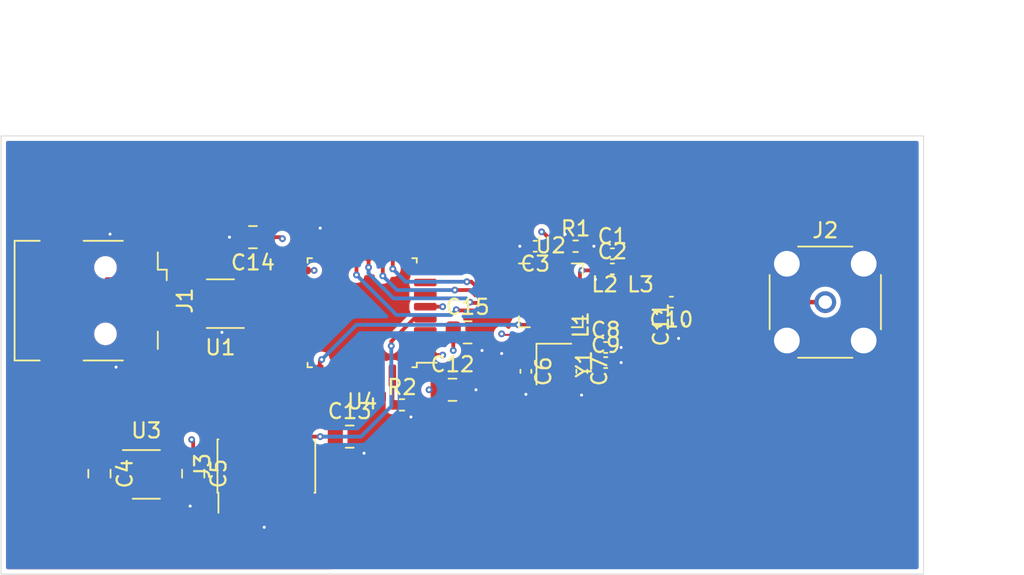
<source format=kicad_pcb>
(kicad_pcb (version 20171130) (host pcbnew "(5.1.9-13-g2d491f9cbd)-1")
  (title_block (title "IDA PCB Demo") (date 2021-02-23) (rev 0.1) (company IDA) (comment 1 "(c) Gert Lauritsen"))
  (layers (0 F.Cu signal) (1 In1.Cu signal) (2 In2.Cu signal) (31 B.Cu signal) (34 B.Paste user) (35 F.Paste user) (36 B.SilkS user) (37 F.SilkS user) (38 B.Mask user) (39 F.Mask user) (44 Edge.Cuts user))
  (net 0 "")
  (net 1 GND)
  (net 2 +3V3)
  (net 3 "Net-(C3-Pad1)")
  (net 4 +5V)
  (net 5 "Net-(C6-Pad1)")
  (net 6 "Net-(C7-Pad1)")
  (net 7 "Net-(C8-Pad1)")
  (net 8 "Net-(C10-Pad2)")
  (net 9 "Net-(C10-Pad1)")
  (net 10 RST)
  (net 11 "Net-(J1-Pad3)")
  (net 12 "Net-(J1-Pad2)")
  (net 13 SWCLK)
  (net 14 SWDIO)
  (net 15 "Net-(L1-Pad2)")
  (net 16 "Net-(L2-Pad2)")
  (net 17 "Net-(R1-Pad1)")
  (net 18 "Net-(R2-Pad1)")
  (net 19 USB_N)
  (net 20 USB_P)
  (net 21 NRF_IRQ)
  (net 22 MOSI)
  (net 23 MISO)
  (net 24 SCLK)
  (net 25 NS)
  (net 26 NRF_CE)
  (module Capacitor_SMD:C_0805_2012Metric (layer F.Cu) (at 108.7 89.35 270)
    (fp_text reference C5 (at 0 -1.68 90) (layer F.SilkS))
    (fp_text value 1uF)
    (fp_line (start -0.261252 0.735) (end 0.261252 0.735) (layer F.SilkS) (width 0.12))
    (fp_line (start -0.261252 -0.735) (end 0.261252 -0.735) (layer F.SilkS) (width 0.12))
    (pad 2 smd roundrect (at 0.95 0 270) (size 1 1.45) (layers F.Cu F.Paste F.Mask) (net 1 GND))
    (pad 1 smd roundrect (at -0.95 0 270) (size 1 1.45) (layers F.Cu F.Paste F.Mask) (net 2 +3V3))
  )
  (module Capacitor_SMD:C_0805_2012Metric (layer F.Cu) (at 102.5 89.35 270)
    (fp_text reference C4 (at 0 -1.68 90) (layer F.SilkS))
    (fp_text value 22u)
    (fp_line (start -0.261252 0.735) (end 0.261252 0.735) (layer F.SilkS) (width 0.12))
    (fp_line (start -0.261252 -0.735) (end 0.261252 -0.735) (layer F.SilkS) (width 0.12))
    (pad 2 smd roundrect (at 0.95 0 270) (size 1 1.45) (layers F.Cu F.Paste F.Mask) (net 1 GND))
    (pad 1 smd roundrect (at -0.95 0 270) (size 1 1.45) (layers F.Cu F.Paste F.Mask) (net 4 +5V))
  )
  (module Crystal:Crystal_SMD_2016-4Pin_2.0x1.6mm (layer F.Cu) (at 132.55 82.1 270)
    (fp_text reference Y1 (at 0 -2 90) (layer F.SilkS))
    (fp_text value ASA-16.000MHZ-L-T)
    (fp_line (start -1.35 1.15) (end 1.35 1.15) (layer F.SilkS) (width 0.12))
    (fp_line (start -1.35 -1.15) (end -1.35 1.15) (layer F.SilkS) (width 0.12))
    (pad 4 smd rect (at -0.7 -0.55 270) (size 0.9 0.8) (layers F.Cu F.Paste F.Mask) (net 6 "Net-(C7-Pad1)"))
    (pad 3 smd rect (at 0.7 -0.55 270) (size 0.9 0.8) (layers F.Cu F.Paste F.Mask) (net 1 GND))
    (pad 2 smd rect (at 0.7 0.55 270) (size 0.9 0.8) (layers F.Cu F.Paste F.Mask) (net 1 GND))
    (pad 1 smd rect (at -0.7 0.55 270) (size 0.9 0.8) (layers F.Cu F.Paste F.Mask) (net 5 "Net-(C6-Pad1)"))
  )
  (module Package_QFP:LQFP-32_7x7mm_P0.8mm (layer F.Cu) (at 119.875 78.7 180)
    (fp_text reference U4 (at 0 -5.88) (layer F.SilkS))
    (fp_text value STM32L072KZTx)
    (fp_line (start -3.61 -3.31) (end -4.925 -3.31) (layer F.SilkS) (width 0.12))
    (fp_line (start -3.61 -3.61) (end -3.61 -3.31) (layer F.SilkS) (width 0.12))
    (fp_line (start -3.31 -3.61) (end -3.61 -3.61) (layer F.SilkS) (width 0.12))
    (fp_line (start 3.61 -3.61) (end 3.61 -3.31) (layer F.SilkS) (width 0.12))
    (fp_line (start 3.31 -3.61) (end 3.61 -3.61) (layer F.SilkS) (width 0.12))
    (fp_line (start -3.61 3.61) (end -3.61 3.31) (layer F.SilkS) (width 0.12))
    (fp_line (start -3.31 3.61) (end -3.61 3.61) (layer F.SilkS) (width 0.12))
    (fp_line (start 3.61 3.61) (end 3.61 3.31) (layer F.SilkS) (width 0.12))
    (fp_line (start 3.31 3.61) (end 3.61 3.61) (layer F.SilkS) (width 0.12))
    (pad 32 smd roundrect (at -2.8 -4.175 180) (size 0.5 1.5) (layers F.Cu F.Paste F.Mask) (net 1 GND))
    (pad 31 smd roundrect (at -2 -4.175 180) (size 0.5 1.5) (layers F.Cu F.Paste F.Mask) (net 18 "Net-(R2-Pad1)"))
    (pad 30 smd roundrect (at -1.2 -4.175 180) (size 0.5 1.5) (layers F.Cu F.Paste F.Mask))
    (pad 29 smd roundrect (at -0.4 -4.175 180) (size 0.5 1.5) (layers F.Cu F.Paste F.Mask))
    (pad 28 smd roundrect (at 0.4 -4.175 180) (size 0.5 1.5) (layers F.Cu F.Paste F.Mask))
    (pad 27 smd roundrect (at 1.2 -4.175 180) (size 0.5 1.5) (layers F.Cu F.Paste F.Mask))
    (pad 26 smd roundrect (at 2 -4.175 180) (size 0.5 1.5) (layers F.Cu F.Paste F.Mask))
    (pad 25 smd roundrect (at 2.8 -4.175 180) (size 0.5 1.5) (layers F.Cu F.Paste F.Mask) (net 21 NRF_IRQ))
    (pad 24 smd roundrect (at 4.175 -2.8 180) (size 1.5 0.5) (layers F.Cu F.Paste F.Mask) (net 13 SWCLK))
    (pad 23 smd roundrect (at 4.175 -2 180) (size 1.5 0.5) (layers F.Cu F.Paste F.Mask) (net 14 SWDIO))
    (pad 22 smd roundrect (at 4.175 -1.2 180) (size 1.5 0.5) (layers F.Cu F.Paste F.Mask) (net 20 USB_P))
    (pad 21 smd roundrect (at 4.175 -0.4 180) (size 1.5 0.5) (layers F.Cu F.Paste F.Mask) (net 19 USB_N))
    (pad 20 smd roundrect (at 4.175 0.4 180) (size 1.5 0.5) (layers F.Cu F.Paste F.Mask))
    (pad 19 smd roundrect (at 4.175 1.2 180) (size 1.5 0.5) (layers F.Cu F.Paste F.Mask))
    (pad 18 smd roundrect (at 4.175 2 180) (size 1.5 0.5) (layers F.Cu F.Paste F.Mask))
    (pad 17 smd roundrect (at 4.175 2.8 180) (size 1.5 0.5) (layers F.Cu F.Paste F.Mask) (net 2 +3V3))
    (pad 16 smd roundrect (at 2.8 4.175 180) (size 0.5 1.5) (layers F.Cu F.Paste F.Mask) (net 1 GND))
    (pad 15 smd roundrect (at 2 4.175 180) (size 0.5 1.5) (layers F.Cu F.Paste F.Mask))
    (pad 14 smd roundrect (at 1.2 4.175 180) (size 0.5 1.5) (layers F.Cu F.Paste F.Mask))
    (pad 13 smd roundrect (at 0.4 4.175 180) (size 0.5 1.5) (layers F.Cu F.Paste F.Mask) (net 22 MOSI))
    (pad 12 smd roundrect (at -0.4 4.175 180) (size 0.5 1.5) (layers F.Cu F.Paste F.Mask) (net 23 MISO))
    (pad 11 smd roundrect (at -1.2 4.175 180) (size 0.5 1.5) (layers F.Cu F.Paste F.Mask) (net 24 SCLK))
    (pad 10 smd roundrect (at -2 4.175 180) (size 0.5 1.5) (layers F.Cu F.Paste F.Mask) (net 25 NS))
    (pad 9 smd roundrect (at -2.8 4.175 180) (size 0.5 1.5) (layers F.Cu F.Paste F.Mask) (net 26 NRF_CE))
    (pad 8 smd roundrect (at -4.175 2.8 180) (size 1.5 0.5) (layers F.Cu F.Paste F.Mask))
    (pad 7 smd roundrect (at -4.175 2 180) (size 1.5 0.5) (layers F.Cu F.Paste F.Mask))
    (pad 6 smd roundrect (at -4.175 1.2 180) (size 1.5 0.5) (layers F.Cu F.Paste F.Mask))
    (pad 5 smd roundrect (at -4.175 0.4 180) (size 1.5 0.5) (layers F.Cu F.Paste F.Mask) (net 2 +3V3))
    (pad 4 smd roundrect (at -4.175 -0.4 180) (size 1.5 0.5) (layers F.Cu F.Paste F.Mask) (net 10 RST))
    (pad 3 smd roundrect (at -4.175 -1.2 180) (size 1.5 0.5) (layers F.Cu F.Paste F.Mask))
    (pad 2 smd roundrect (at -4.175 -2 180) (size 1.5 0.5) (layers F.Cu F.Paste F.Mask))
    (pad 1 smd roundrect (at -4.175 -2.8 180) (size 1.5 0.5) (layers F.Cu F.Paste F.Mask) (net 2 +3V3))
  )
  (module Package_TO_SOT_SMD:SOT-23-5 (layer F.Cu) (at 105.6 89.4)
    (fp_text reference U3 (at 0 -2.9) (layer F.SilkS))
    (fp_text value AP2112K-3.3)
    (fp_line (start 0.9 -1.61) (end -1.55 -1.61) (layer F.SilkS) (width 0.12))
    (fp_line (start -0.9 1.61) (end 0.9 1.61) (layer F.SilkS) (width 0.12))
    (pad 5 smd rect (at 1.1 -0.95) (size 1.06 0.65) (layers F.Cu F.Paste F.Mask) (net 2 +3V3))
    (pad 4 smd rect (at 1.1 0.95) (size 1.06 0.65) (layers F.Cu F.Paste F.Mask))
    (pad 3 smd rect (at -1.1 0.95) (size 1.06 0.65) (layers F.Cu F.Paste F.Mask) (net 4 +5V))
    (pad 2 smd rect (at -1.1 0) (size 1.06 0.65) (layers F.Cu F.Paste F.Mask) (net 1 GND))
    (pad 1 smd rect (at -1.1 -0.95) (size 1.06 0.65) (layers F.Cu F.Paste F.Mask) (net 4 +5V))
  )
  (module Package_DFN_QFN:QFN-20-1EP_4x4mm_P0.5mm_EP2.6x2.6mm (layer F.Cu) (at 132.35 77.55)
    (fp_text reference U2 (at 0 -3.3) (layer F.SilkS))
    (fp_text value nRF24L01P)
    (fp_line (start -1.385 -2.11) (end -2.11 -2.11) (layer F.SilkS) (width 0.12))
    (fp_line (start 2.11 2.11) (end 2.11 1.385) (layer F.SilkS) (width 0.12))
    (fp_line (start 1.385 2.11) (end 2.11 2.11) (layer F.SilkS) (width 0.12))
    (fp_line (start -2.11 2.11) (end -2.11 1.385) (layer F.SilkS) (width 0.12))
    (fp_line (start -1.385 2.11) (end -2.11 2.11) (layer F.SilkS) (width 0.12))
    (fp_line (start 2.11 -2.11) (end 2.11 -1.385) (layer F.SilkS) (width 0.12))
    (fp_line (start 1.385 -2.11) (end 2.11 -2.11) (layer F.SilkS) (width 0.12))
    (pad 21 smd rect (at 0 0) (size 2.6 2.6) (layers F.Cu F.Mask))
    (pad 20 smd roundrect (at -1 -1.925) (size 0.25 0.85) (layers F.Cu F.Paste F.Mask) (net 1 GND))
    (pad 19 smd roundrect (at -0.5 -1.925) (size 0.25 0.85) (layers F.Cu F.Paste F.Mask) (net 3 "Net-(C3-Pad1)"))
    (pad 18 smd roundrect (at 0 -1.925) (size 0.25 0.85) (layers F.Cu F.Paste F.Mask) (net 2 +3V3))
    (pad 17 smd roundrect (at 0.5 -1.925) (size 0.25 0.85) (layers F.Cu F.Paste F.Mask) (net 1 GND))
    (pad 16 smd roundrect (at 1 -1.925) (size 0.25 0.85) (layers F.Cu F.Paste F.Mask) (net 17 "Net-(R1-Pad1)"))
    (pad 15 smd roundrect (at 1.925 -1) (size 0.85 0.25) (layers F.Cu F.Paste F.Mask) (net 2 +3V3))
    (pad 14 smd roundrect (at 1.925 -0.5) (size 0.85 0.25) (layers F.Cu F.Paste F.Mask) (net 1 GND))
    (pad 13 smd roundrect (at 1.925 0) (size 0.85 0.25) (layers F.Cu F.Paste F.Mask) (net 16 "Net-(L2-Pad2)"))
    (pad 12 smd roundrect (at 1.925 0.5) (size 0.85 0.25) (layers F.Cu F.Paste F.Mask) (net 15 "Net-(L1-Pad2)"))
    (pad 11 smd roundrect (at 1.925 1) (size 0.85 0.25) (layers F.Cu F.Paste F.Mask) (net 7 "Net-(C8-Pad1)"))
    (pad 10 smd roundrect (at 1 1.925) (size 0.25 0.85) (layers F.Cu F.Paste F.Mask) (net 6 "Net-(C7-Pad1)"))
    (pad 9 smd roundrect (at 0.5 1.925) (size 0.25 0.85) (layers F.Cu F.Paste F.Mask) (net 5 "Net-(C6-Pad1)"))
    (pad 8 smd roundrect (at 0 1.925) (size 0.25 0.85) (layers F.Cu F.Paste F.Mask) (net 1 GND))
    (pad 7 smd roundrect (at -0.5 1.925) (size 0.25 0.85) (layers F.Cu F.Paste F.Mask) (net 2 +3V3))
    (pad 6 smd roundrect (at -1 1.925) (size 0.25 0.85) (layers F.Cu F.Paste F.Mask) (net 21 NRF_IRQ))
    (pad 5 smd roundrect (at -1.925 1) (size 0.85 0.25) (layers F.Cu F.Paste F.Mask) (net 22 MOSI))
    (pad 4 smd roundrect (at -1.925 0.5) (size 0.85 0.25) (layers F.Cu F.Paste F.Mask) (net 23 MISO))
    (pad 3 smd roundrect (at -1.925 0) (size 0.85 0.25) (layers F.Cu F.Paste F.Mask) (net 24 SCLK))
    (pad 2 smd roundrect (at -1.925 -0.5) (size 0.85 0.25) (layers F.Cu F.Paste F.Mask) (net 25 NS))
    (pad 1 smd roundrect (at -1.925 -1) (size 0.85 0.25) (layers F.Cu F.Paste F.Mask) (net 26 NRF_CE))
  )
  (module Package_TO_SOT_SMD:SOT-23-6 (layer F.Cu) (at 110.5 78.1 180)
    (fp_text reference U1 (at 0 -2.9) (layer F.SilkS))
    (fp_text value USBLC6-2SC6)
    (fp_line (start 0.9 -1.61) (end -1.55 -1.61) (layer F.SilkS) (width 0.12))
    (fp_line (start -0.9 1.61) (end 0.9 1.61) (layer F.SilkS) (width 0.12))
    (pad 5 smd rect (at 1.1 0 180) (size 1.06 0.65) (layers F.Cu F.Paste F.Mask) (net 4 +5V))
    (pad 6 smd rect (at 1.1 -0.95 180) (size 1.06 0.65) (layers F.Cu F.Paste F.Mask) (net 11 "Net-(J1-Pad3)"))
    (pad 4 smd rect (at 1.1 0.95 180) (size 1.06 0.65) (layers F.Cu F.Paste F.Mask) (net 12 "Net-(J1-Pad2)"))
    (pad 3 smd rect (at -1.1 0.95 180) (size 1.06 0.65) (layers F.Cu F.Paste F.Mask) (net 19 USB_N))
    (pad 2 smd rect (at -1.1 0 180) (size 1.06 0.65) (layers F.Cu F.Paste F.Mask) (net 1 GND))
    (pad 1 smd rect (at -1.1 -0.95 180) (size 1.06 0.65) (layers F.Cu F.Paste F.Mask) (net 20 USB_P))
  )
  (module Resistor_SMD:R_0402_1005Metric (layer F.Cu) (at 122.51 84.8)
    (fp_text reference R2 (at 0 -1.17) (layer F.SilkS))
    (fp_text value 10k)
    (fp_line (start -0.153641 0.38) (end 0.153641 0.38) (layer F.SilkS) (width 0.12))
    (fp_line (start -0.153641 -0.38) (end 0.153641 -0.38) (layer F.SilkS) (width 0.12))
    (pad 2 smd roundrect (at 0.51 0) (size 0.54 0.64) (layers F.Cu F.Paste F.Mask) (net 1 GND))
    (pad 1 smd roundrect (at -0.51 0) (size 0.54 0.64) (layers F.Cu F.Paste F.Mask) (net 18 "Net-(R2-Pad1)"))
  )
  (module Resistor_SMD:R_0402_1005Metric (layer F.Cu) (at 133.99 74.3)
    (fp_text reference R1 (at 0 -1.17) (layer F.SilkS))
    (fp_text value 22k)
    (fp_line (start -0.153641 0.38) (end 0.153641 0.38) (layer F.SilkS) (width 0.12))
    (fp_line (start -0.153641 -0.38) (end 0.153641 -0.38) (layer F.SilkS) (width 0.12))
    (pad 2 smd roundrect (at 0.51 0) (size 0.54 0.64) (layers F.Cu F.Paste F.Mask) (net 1 GND))
    (pad 1 smd roundrect (at -0.51 0) (size 0.54 0.64) (layers F.Cu F.Paste F.Mask) (net 17 "Net-(R1-Pad1)"))
  )
  (module Inductor_SMD:L_0402_1005Metric (layer F.Cu) (at 138.285 78)
    (fp_text reference L3 (at 0 -1.17) (layer F.SilkS))
    (fp_text value 3n9)
    (pad 2 smd roundrect (at 0.485 0) (size 0.59 0.64) (layers F.Cu F.Paste F.Mask) (net 8 "Net-(C10-Pad2)"))
    (pad 1 smd roundrect (at -0.485 0) (size 0.59 0.64) (layers F.Cu F.Paste F.Mask) (net 16 "Net-(L2-Pad2)"))
  )
  (module Inductor_SMD:L_0402_1005Metric (layer F.Cu) (at 135.915 78)
    (fp_text reference L2 (at 0 -1.17) (layer F.SilkS))
    (fp_text value 8n2)
    (pad 2 smd roundrect (at 0.485 0) (size 0.59 0.64) (layers F.Cu F.Paste F.Mask) (net 16 "Net-(L2-Pad2)"))
    (pad 1 smd roundrect (at -0.485 0) (size 0.59 0.64) (layers F.Cu F.Paste F.Mask) (net 15 "Net-(L1-Pad2)"))
  )
  (module Inductor_SMD:L_0402_1005Metric (layer F.Cu) (at 135.5 79.5 90)
    (fp_text reference L1 (at 0 -1.17 90) (layer F.SilkS))
    (fp_text value 2n7)
    (pad 2 smd roundrect (at 0.485 0 90) (size 0.59 0.64) (layers F.Cu F.Paste F.Mask) (net 15 "Net-(L1-Pad2)"))
    (pad 1 smd roundrect (at -0.485 0 90) (size 0.59 0.64) (layers F.Cu F.Paste F.Mask) (net 7 "Net-(C8-Pad1)"))
  )
  (module Connector_PinHeader_1.27mm:PinHeader_2x05_P1.27mm_Vertical_SMD (layer F.Cu) (at 113.54 88.85 90)
    (fp_text reference J3 (at 0 -4.235 90) (layer F.SilkS))
    (fp_text value Conn_02x05_Odd_Even)
    (fp_line (start 1.765 3.17) (end 1.765 3.235) (layer F.SilkS) (width 0.12))
    (fp_line (start -1.765 3.17) (end -1.765 3.235) (layer F.SilkS) (width 0.12))
    (fp_line (start 1.765 -3.235) (end 1.765 -3.17) (layer F.SilkS) (width 0.12))
    (fp_line (start -1.765 -3.235) (end -1.765 -3.17) (layer F.SilkS) (width 0.12))
    (fp_line (start -3.09 -3.17) (end -1.765 -3.17) (layer F.SilkS) (width 0.12))
    (fp_line (start -1.765 3.235) (end 1.765 3.235) (layer F.SilkS) (width 0.12))
    (fp_line (start -1.765 -3.235) (end 1.765 -3.235) (layer F.SilkS) (width 0.12))
    (pad 10 smd rect (at 1.95 2.54 90) (size 2.4 0.74) (layers F.Cu F.Paste F.Mask) (net 10 RST))
    (pad 9 smd rect (at -1.95 2.54 90) (size 2.4 0.74) (layers F.Cu F.Paste F.Mask) (net 1 GND))
    (pad 8 smd rect (at 1.95 1.27 90) (size 2.4 0.74) (layers F.Cu F.Paste F.Mask))
    (pad 7 smd rect (at -1.95 1.27 90) (size 2.4 0.74) (layers F.Cu F.Paste F.Mask))
    (pad 6 smd rect (at 1.95 0 90) (size 2.4 0.74) (layers F.Cu F.Paste F.Mask))
    (pad 5 smd rect (at -1.95 0 90) (size 2.4 0.74) (layers F.Cu F.Paste F.Mask) (net 1 GND))
    (pad 4 smd rect (at 1.95 -1.27 90) (size 2.4 0.74) (layers F.Cu F.Paste F.Mask) (net 13 SWCLK))
    (pad 3 smd rect (at -1.95 -1.27 90) (size 2.4 0.74) (layers F.Cu F.Paste F.Mask) (net 1 GND))
    (pad 2 smd rect (at 1.95 -2.54 90) (size 2.4 0.74) (layers F.Cu F.Paste F.Mask) (net 14 SWDIO))
    (pad 1 smd rect (at -1.95 -2.54 90) (size 2.4 0.74) (layers F.Cu F.Paste F.Mask) (net 2 +3V3))
  )
  (module Connector_Coaxial:SMA_Amphenol_132134-14_Vertical (layer F.Cu) (at 150.5 78)
    (fp_text reference J2 (at 0 -4.75) (layer F.SilkS))
    (fp_text value Conn_Coaxial)
    (fp_line (start -1.8 -3.68) (end 1.8 -3.68) (layer F.SilkS) (width 0.12))
    (fp_line (start -1.8 3.68) (end 1.8 3.68) (layer F.SilkS) (width 0.12))
    (fp_line (start 3.68 -1.8) (end 3.68 1.8) (layer F.SilkS) (width 0.12))
    (fp_line (start -3.68 -1.8) (end -3.68 1.8) (layer F.SilkS) (width 0.12))
    (pad 2 thru_hole circle (at -2.54 2.54) (size 2.25 2.25) (drill 1.7) (layers *.Cu *.Mask) (net 1 GND))
    (pad 2 thru_hole circle (at -2.54 -2.54) (size 2.25 2.25) (drill 1.7) (layers *.Cu *.Mask) (net 1 GND))
    (pad 2 thru_hole circle (at 2.54 -2.54) (size 2.25 2.25) (drill 1.7) (layers *.Cu *.Mask) (net 1 GND))
    (pad 2 thru_hole circle (at 2.54 2.54) (size 2.25 2.25) (drill 1.7) (layers *.Cu *.Mask) (net 1 GND))
    (pad 1 thru_hole circle (at 0 0) (size 1.44 1.44) (drill 0.89) (layers *.Cu *.Mask) (net 9 "Net-(C10-Pad1)"))
  )
  (module Connector_USB:USB_Mini-B_Wuerth_65100516121_Horizontal (layer F.Cu) (at 102.9 77.9 270)
    (fp_text reference J1 (at 0 -5.25 90) (layer F.SilkS))
    (fp_text value USB_B_Micro)
    (fp_line (start 3.96 6.01) (end 3.96 4.35) (layer F.SilkS) (width 0.12))
    (fp_line (start -3.96 6.01) (end 3.96 6.01) (layer F.SilkS) (width 0.12))
    (fp_line (start -3.96 4.35) (end -3.96 6.01) (layer F.SilkS) (width 0.12))
    (fp_line (start 2.05 -3.46) (end 3.2 -3.46) (layer F.SilkS) (width 0.12))
    (fp_line (start -2.05 -4.05) (end -1.35 -4.05) (layer F.SilkS) (width 0.12))
    (fp_line (start -2.05 -3.46) (end -2.05 -4.05) (layer F.SilkS) (width 0.12))
    (fp_line (start -3.2 -3.46) (end -2.05 -3.46) (layer F.SilkS) (width 0.12))
    (fp_line (start 3.96 -1.15) (end 3.96 1.45) (layer F.SilkS) (width 0.12))
    (fp_line (start -3.96 1.45) (end -3.96 -1.15) (layer F.SilkS) (width 0.12))
    (pad "" np_thru_hole circle (at 2.2 0 270) (size 0.9 0.9) (drill 0.9) (layers *.Cu *.Mask))
    (pad "" np_thru_hole circle (at -2.2 0 270) (size 0.9 0.9) (drill 0.9) (layers *.Cu *.Mask))
    (pad 5 smd rect (at 1.6 -2.6 270) (size 0.5 2.5) (layers F.Cu F.Paste F.Mask) (net 1 GND))
    (pad 4 smd rect (at 0.8 -2.6 270) (size 0.5 2.5) (layers F.Cu F.Paste F.Mask) (net 1 GND))
    (pad 3 smd rect (at 0 -2.6 270) (size 0.5 2.5) (layers F.Cu F.Paste F.Mask) (net 11 "Net-(J1-Pad3)"))
    (pad 2 smd rect (at -0.8 -2.6 270) (size 0.5 2.5) (layers F.Cu F.Paste F.Mask) (net 12 "Net-(J1-Pad2)"))
    (pad 1 smd rect (at -1.6 -2.6 270) (size 0.5 2.5) (layers F.Cu F.Paste F.Mask) (net 4 +5V))
    (pad 6 smd rect (at 4.4 -2.6 270) (size 2 2.5) (layers F.Cu F.Paste F.Mask) (net 1 GND))
    (pad 6 smd rect (at -4.4 -2.6 270) (size 2 2.5) (layers F.Cu F.Paste F.Mask) (net 1 GND))
    (pad 6 smd rect (at 4.4 2.9 270) (size 2 2.5) (layers F.Cu F.Paste F.Mask) (net 1 GND))
    (pad 6 smd rect (at -4.4 2.9 270) (size 2 2.5) (layers F.Cu F.Paste F.Mask) (net 1 GND))
  )
  (module Capacitor_SMD:C_0805_2012Metric (layer F.Cu) (at 126.85 80)
    (fp_text reference C15 (at 0 -1.68) (layer F.SilkS))
    (fp_text value 1uF)
    (fp_line (start -0.261252 0.735) (end 0.261252 0.735) (layer F.SilkS) (width 0.12))
    (fp_line (start -0.261252 -0.735) (end 0.261252 -0.735) (layer F.SilkS) (width 0.12))
    (pad 2 smd roundrect (at 0.95 0) (size 1 1.45) (layers F.Cu F.Paste F.Mask) (net 1 GND))
    (pad 1 smd roundrect (at -0.95 0) (size 1 1.45) (layers F.Cu F.Paste F.Mask) (net 2 +3V3))
  )
  (module Capacitor_SMD:C_0805_2012Metric (layer F.Cu) (at 112.65 73.7 180)
    (fp_text reference C14 (at 0 -1.68) (layer F.SilkS))
    (fp_text value 1uF)
    (fp_line (start -0.261252 0.735) (end 0.261252 0.735) (layer F.SilkS) (width 0.12))
    (fp_line (start -0.261252 -0.735) (end 0.261252 -0.735) (layer F.SilkS) (width 0.12))
    (pad 2 smd roundrect (at 0.95 0 180) (size 1 1.45) (layers F.Cu F.Paste F.Mask) (net 1 GND))
    (pad 1 smd roundrect (at -0.95 0 180) (size 1 1.45) (layers F.Cu F.Paste F.Mask) (net 2 +3V3))
  )
  (module Capacitor_SMD:C_0805_2012Metric (layer F.Cu) (at 119.05 86.9)
    (fp_text reference C13 (at 0 -1.68) (layer F.SilkS))
    (fp_text value 100nF)
    (fp_line (start -0.261252 0.735) (end 0.261252 0.735) (layer F.SilkS) (width 0.12))
    (fp_line (start -0.261252 -0.735) (end 0.261252 -0.735) (layer F.SilkS) (width 0.12))
    (pad 2 smd roundrect (at 0.95 0) (size 1 1.45) (layers F.Cu F.Paste F.Mask) (net 1 GND))
    (pad 1 smd roundrect (at -0.95 0) (size 1 1.45) (layers F.Cu F.Paste F.Mask) (net 10 RST))
  )
  (module Capacitor_SMD:C_0805_2012Metric (layer F.Cu) (at 125.85 83.8)
    (fp_text reference C12 (at 0 -1.68) (layer F.SilkS))
    (fp_text value 1uF)
    (fp_line (start -0.261252 0.735) (end 0.261252 0.735) (layer F.SilkS) (width 0.12))
    (fp_line (start -0.261252 -0.735) (end 0.261252 -0.735) (layer F.SilkS) (width 0.12))
    (pad 2 smd roundrect (at 0.95 0) (size 1 1.45) (layers F.Cu F.Paste F.Mask) (net 1 GND))
    (pad 1 smd roundrect (at -0.95 0) (size 1 1.45) (layers F.Cu F.Paste F.Mask) (net 2 +3V3))
  )
  (module Capacitor_SMD:C_0402_1005Metric (layer F.Cu) (at 140.8 79.48 90)
    (fp_text reference C11 (at 0 -1.16 90) (layer F.SilkS))
    (fp_text value 1.0p)
    (fp_line (start -0.107836 0.36) (end 0.107836 0.36) (layer F.SilkS) (width 0.12))
    (fp_line (start -0.107836 -0.36) (end 0.107836 -0.36) (layer F.SilkS) (width 0.12))
    (pad 2 smd roundrect (at 0.48 0 90) (size 0.56 0.62) (layers F.Cu F.Paste F.Mask) (net 9 "Net-(C10-Pad1)"))
    (pad 1 smd roundrect (at -0.48 0 90) (size 0.56 0.62) (layers F.Cu F.Paste F.Mask) (net 1 GND))
  )
  (module Capacitor_SMD:C_0402_1005Metric (layer F.Cu) (at 140.32 78 180)
    (fp_text reference C10 (at 0 -1.16) (layer F.SilkS))
    (fp_text value 1p5)
    (fp_line (start -0.107836 0.36) (end 0.107836 0.36) (layer F.SilkS) (width 0.12))
    (fp_line (start -0.107836 -0.36) (end 0.107836 -0.36) (layer F.SilkS) (width 0.12))
    (pad 2 smd roundrect (at 0.48 0 180) (size 0.56 0.62) (layers F.Cu F.Paste F.Mask) (net 8 "Net-(C10-Pad2)"))
    (pad 1 smd roundrect (at -0.48 0 180) (size 0.56 0.62) (layers F.Cu F.Paste F.Mask) (net 9 "Net-(C10-Pad1)"))
  )
  (module Capacitor_SMD:C_0402_1005Metric (layer F.Cu) (at 135.98 82)
    (fp_text reference C9 (at 0 -1.16) (layer F.SilkS))
    (fp_text value 4p7)
    (fp_line (start -0.107836 0.36) (end 0.107836 0.36) (layer F.SilkS) (width 0.12))
    (fp_line (start -0.107836 -0.36) (end 0.107836 -0.36) (layer F.SilkS) (width 0.12))
    (pad 2 smd roundrect (at 0.48 0) (size 0.56 0.62) (layers F.Cu F.Paste F.Mask) (net 1 GND))
    (pad 1 smd roundrect (at -0.48 0) (size 0.56 0.62) (layers F.Cu F.Paste F.Mask) (net 7 "Net-(C8-Pad1)"))
  )
  (module Capacitor_SMD:C_0402_1005Metric (layer F.Cu) (at 135.98 81)
    (fp_text reference C8 (at 0 -1.16) (layer F.SilkS))
    (fp_text value 2n2)
    (fp_line (start -0.107836 0.36) (end 0.107836 0.36) (layer F.SilkS) (width 0.12))
    (fp_line (start -0.107836 -0.36) (end 0.107836 -0.36) (layer F.SilkS) (width 0.12))
    (pad 2 smd roundrect (at 0.48 0) (size 0.56 0.62) (layers F.Cu F.Paste F.Mask) (net 1 GND))
    (pad 1 smd roundrect (at -0.48 0) (size 0.56 0.62) (layers F.Cu F.Paste F.Mask) (net 7 "Net-(C8-Pad1)"))
  )
  (module Capacitor_SMD:C_0402_1005Metric (layer F.Cu) (at 134.4 82.58 270)
    (fp_text reference C7 (at 0 -1.16 90) (layer F.SilkS))
    (fp_text value 15p)
    (fp_line (start -0.107836 0.36) (end 0.107836 0.36) (layer F.SilkS) (width 0.12))
    (fp_line (start -0.107836 -0.36) (end 0.107836 -0.36) (layer F.SilkS) (width 0.12))
    (pad 2 smd roundrect (at 0.48 0 270) (size 0.56 0.62) (layers F.Cu F.Paste F.Mask) (net 1 GND))
    (pad 1 smd roundrect (at -0.48 0 270) (size 0.56 0.62) (layers F.Cu F.Paste F.Mask) (net 6 "Net-(C7-Pad1)"))
  )
  (module Capacitor_SMD:C_0402_1005Metric (layer F.Cu) (at 130.7 82.58 270)
    (fp_text reference C6 (at 0 -1.16 90) (layer F.SilkS))
    (fp_text value 15p)
    (fp_line (start -0.107836 0.36) (end 0.107836 0.36) (layer F.SilkS) (width 0.12))
    (fp_line (start -0.107836 -0.36) (end 0.107836 -0.36) (layer F.SilkS) (width 0.12))
    (pad 2 smd roundrect (at 0.48 0 270) (size 0.56 0.62) (layers F.Cu F.Paste F.Mask) (net 1 GND))
    (pad 1 smd roundrect (at -0.48 0 270) (size 0.56 0.62) (layers F.Cu F.Paste F.Mask) (net 5 "Net-(C6-Pad1)"))
  )
  (module Capacitor_SMD:C_0402_1005Metric (layer F.Cu) (at 131.32 74.3 180)
    (fp_text reference C3 (at 0 -1.16) (layer F.SilkS))
    (fp_text value 33n)
    (fp_line (start -0.107836 0.36) (end 0.107836 0.36) (layer F.SilkS) (width 0.12))
    (fp_line (start -0.107836 -0.36) (end 0.107836 -0.36) (layer F.SilkS) (width 0.12))
    (pad 2 smd roundrect (at 0.48 0 180) (size 0.56 0.62) (layers F.Cu F.Paste F.Mask) (net 1 GND))
    (pad 1 smd roundrect (at -0.48 0 180) (size 0.56 0.62) (layers F.Cu F.Paste F.Mask) (net 3 "Net-(C3-Pad1)"))
  )
  (module Capacitor_SMD:C_0402_1005Metric (layer F.Cu) (at 136.42 75.8)
    (fp_text reference C2 (at 0 -1.16) (layer F.SilkS))
    (fp_text value 10n)
    (fp_line (start -0.107836 0.36) (end 0.107836 0.36) (layer F.SilkS) (width 0.12))
    (fp_line (start -0.107836 -0.36) (end 0.107836 -0.36) (layer F.SilkS) (width 0.12))
    (pad 2 smd roundrect (at 0.48 0) (size 0.56 0.62) (layers F.Cu F.Paste F.Mask) (net 1 GND))
    (pad 1 smd roundrect (at -0.48 0) (size 0.56 0.62) (layers F.Cu F.Paste F.Mask) (net 2 +3V3))
  )
  (module Capacitor_SMD:C_0402_1005Metric (layer F.Cu) (at 136.42 74.8)
    (fp_text reference C1 (at 0 -1.16) (layer F.SilkS))
    (fp_text value 1n)
    (fp_line (start -0.107836 0.36) (end 0.107836 0.36) (layer F.SilkS) (width 0.12))
    (fp_line (start -0.107836 -0.36) (end 0.107836 -0.36) (layer F.SilkS) (width 0.12))
    (pad 2 smd roundrect (at 0.48 0) (size 0.56 0.62) (layers F.Cu F.Paste F.Mask) (net 1 GND))
    (pad 1 smd roundrect (at -0.48 0) (size 0.56 0.62) (layers F.Cu F.Paste F.Mask) (net 2 +3V3))
  )
  (gr_text "(c) Gert Lauritsen" (at 128.6 93.8) (layer F.Cu) (effects (font (size 1.5 1.5) (thickness 0.3))))
  (gr_line (start 157 67) (end 96 67) (layer Edge.Cuts) (width 0.05))
  (gr_line (start 157 96) (end 157 67) (layer Edge.Cuts) (width 0.05))
  (gr_line (start 96 96) (end 157 96) (layer Edge.Cuts) (width 0.05))
  (gr_line (start 96 67) (end 96 96) (layer Edge.Cuts) (width 0.05))
  (segment (start 131.74 83.06) (end 132 82.8) (width 0.25) (layer F.Cu) (net 1))
  (segment (start 130.7 83.06) (end 131.74 83.06) (width 0.25) (layer F.Cu) (net 1))
  (segment (start 133.36 83.06) (end 133.1 82.8) (width 0.25) (layer F.Cu) (net 1))
  (segment (start 134.4 83.06) (end 133.36 83.06) (width 0.25) (layer F.Cu) (net 1))
  (segment (start 133.1 82.8) (end 132 82.8) (width 0.25) (layer F.Cu) (net 1))
  (via (at 127.8 81.2) (size 0.45) (drill 0.2) (layers F.Cu B.Cu) (net 1))
  (segment (start 127.8 80) (end 127.8 81.2) (width 0.25) (layer F.Cu) (net 1))
  (via (at 111.1 73.7) (size 0.45) (drill 0.2) (layers F.Cu B.Cu) (net 1))
  (segment (start 111.7 73.7) (end 111.1 73.7) (width 0.25) (layer F.Cu) (net 1))
  (via (at 127.4 83.8) (size 0.45) (drill 0.2) (layers F.Cu B.Cu) (net 1))
  (segment (start 126.8 83.8) (end 127.4 83.8) (width 0.25) (layer F.Cu) (net 1))
  (via (at 133.3 73.5) (size 0.45) (drill 0.2) (layers F.Cu B.Cu) (net 1))
  (segment (start 132.85502 73.94498) (end 133.3 73.5) (width 0.25) (layer F.Cu) (net 1))
  (segment (start 132.85502 75.61998) (end 132.85502 73.94498) (width 0.25) (layer F.Cu) (net 1))
  (segment (start 132.85 75.625) (end 132.85502 75.61998) (width 0.25) (layer F.Cu) (net 1))
  (via (at 137 81) (size 0.45) (drill 0.2) (layers F.Cu B.Cu) (net 1))
  (segment (start 136.46 81) (end 137 81) (width 0.25) (layer F.Cu) (net 1))
  (via (at 137 82) (size 0.45) (drill 0.2) (layers F.Cu B.Cu) (net 1))
  (segment (start 136.46 82) (end 137 82) (width 0.25) (layer F.Cu) (net 1))
  (via (at 140.8 80.4) (size 0.45) (drill 0.2) (layers F.Cu B.Cu) (net 1))
  (segment (start 140.8 79.96) (end 140.8 80.4) (width 0.25) (layer F.Cu) (net 1))
  (via (at 134.38428 84.15) (size 0.45) (drill 0.2) (layers F.Cu B.Cu) (net 1))
  (segment (start 134.4 84.13428) (end 134.38428 84.15) (width 0.25) (layer F.Cu) (net 1))
  (segment (start 134.4 83.06) (end 134.4 84.13428) (width 0.25) (layer F.Cu) (net 1))
  (via (at 130.7 84.1) (size 0.45) (drill 0.2) (layers F.Cu B.Cu) (net 1))
  (segment (start 130.7 83.06) (end 130.7 84.1) (width 0.25) (layer F.Cu) (net 1))
  (segment (start 122.675 84.455) (end 123.02 84.8) (width 0.25) (layer F.Cu) (net 1))
  (segment (start 122.675 82.875) (end 122.675 84.455) (width 0.25) (layer F.Cu) (net 1))
  (via (at 123.1 85.6) (size 0.45) (drill 0.2) (layers F.Cu B.Cu) (net 1))
  (segment (start 123.02 85.52) (end 123.1 85.6) (width 0.25) (layer F.Cu) (net 1))
  (segment (start 123.02 84.8) (end 123.02 85.52) (width 0.25) (layer F.Cu) (net 1))
  (via (at 117.1 73.1) (size 0.45) (drill 0.2) (layers F.Cu B.Cu) (net 1))
  (segment (start 117.075 73.125) (end 117.1 73.1) (width 0.25) (layer F.Cu) (net 1))
  (segment (start 117.075 74.525) (end 117.075 73.125) (width 0.25) (layer F.Cu) (net 1))
  (via (at 110.6 80) (size 0.45) (drill 0.2) (layers F.Cu B.Cu) (net 1))
  (segment (start 110.6 78.32) (end 110.6 80) (width 0.25) (layer F.Cu) (net 1))
  (segment (start 110.82 78.1) (end 110.6 78.32) (width 0.25) (layer F.Cu) (net 1))
  (segment (start 111.6 78.1) (end 110.82 78.1) (width 0.25) (layer F.Cu) (net 1))
  (segment (start 105.5 78.7) (end 105.5 79.5) (width 0.25) (layer F.Cu) (net 1))
  (segment (start 105.5 79.5) (end 105.5 82.3) (width 0.25) (layer F.Cu) (net 1))
  (segment (start 100 82.3) (end 103.6 82.3) (width 0.25) (layer F.Cu) (net 1))
  (segment (start 105.5 73.5) (end 103.2 73.5) (width 0.25) (layer F.Cu) (net 1))
  (segment (start 103.6 82.3) (end 105.5 82.3) (width 0.25) (layer F.Cu) (net 1))
  (via (at 103.6 82.3) (size 0.45) (drill 0.2) (layers F.Cu B.Cu) (net 1))
  (segment (start 103.2 73.5) (end 100 73.5) (width 0.25) (layer F.Cu) (net 1))
  (via (at 103.2 73.5) (size 0.45) (drill 0.2) (layers F.Cu B.Cu) (net 1))
  (segment (start 113.54 92.25) (end 113.54 90.8) (width 0.25) (layer F.Cu) (net 1))
  (segment (start 113.615001 92.325001) (end 113.54 92.25) (width 0.25) (layer F.Cu) (net 1))
  (segment (start 116.004999 92.325001) (end 113.615001 92.325001) (width 0.25) (layer F.Cu) (net 1))
  (segment (start 116.08 92.25) (end 116.004999 92.325001) (width 0.25) (layer F.Cu) (net 1))
  (segment (start 116.08 90.8) (end 116.08 92.25) (width 0.25) (layer F.Cu) (net 1))
  (segment (start 113.54 90.8) (end 112.27 90.8) (width 0.25) (layer F.Cu) (net 1))
  (via (at 113.4 92.9) (size 0.45) (drill 0.2) (layers F.Cu B.Cu) (net 1))
  (segment (start 113.54 92.76) (end 113.4 92.9) (width 0.25) (layer F.Cu) (net 1))
  (segment (start 113.54 90.8) (end 113.54 92.76) (width 0.25) (layer F.Cu) (net 1))
  (segment (start 103.200001 91.000001) (end 102.5 90.3) (width 0.25) (layer F.Cu) (net 1))
  (segment (start 105.355001 90.935001) (end 105.290001 91.000001) (width 0.25) (layer F.Cu) (net 1))
  (segment (start 105.355001 89.475001) (end 105.355001 90.935001) (width 0.25) (layer F.Cu) (net 1))
  (segment (start 105.28 89.4) (end 105.355001 89.475001) (width 0.25) (layer F.Cu) (net 1))
  (segment (start 104.5 89.4) (end 105.28 89.4) (width 0.25) (layer F.Cu) (net 1))
  (segment (start 107.999999 91.000001) (end 105.200001 91.000001) (width 0.25) (layer F.Cu) (net 1))
  (segment (start 108.7 90.3) (end 107.999999 91.000001) (width 0.25) (layer F.Cu) (net 1))
  (segment (start 105.200001 91.000001) (end 103.200001 91.000001) (width 0.25) (layer F.Cu) (net 1))
  (segment (start 105.290001 91.000001) (end 105.200001 91.000001) (width 0.25) (layer F.Cu) (net 1))
  (via (at 108.5 91.5) (size 0.45) (drill 0.2) (layers F.Cu B.Cu) (net 1))
  (segment (start 108.7 91.3) (end 108.5 91.5) (width 0.25) (layer F.Cu) (net 1))
  (segment (start 108.7 90.3) (end 108.7 91.3) (width 0.25) (layer F.Cu) (net 1))
  (via (at 130.3 74.3) (size 0.45) (drill 0.2) (layers F.Cu B.Cu) (net 1))
  (segment (start 130.84 74.3) (end 130.3 74.3) (width 0.25) (layer F.Cu) (net 1))
  (via (at 135.2 74.3) (size 0.45) (drill 0.2) (layers F.Cu B.Cu) (net 1))
  (segment (start 134.5 74.3) (end 135.2 74.3) (width 0.25) (layer F.Cu) (net 1))
  (segment (start 130.84 75.115) (end 130.84 74.3) (width 0.25) (layer F.Cu) (net 1))
  (segment (start 131.35 75.625) (end 130.84 75.115) (width 0.25) (layer F.Cu) (net 1))
  (segment (start 136.9 74.49) (end 136.9 74.8) (width 0.25) (layer F.Cu) (net 1))
  (segment (start 136.485001 74.075001) (end 136.9 74.49) (width 0.25) (layer F.Cu) (net 1))
  (segment (start 135.424999 74.075001) (end 136.485001 74.075001) (width 0.25) (layer F.Cu) (net 1))
  (segment (start 135.2 74.3) (end 135.424999 74.075001) (width 0.25) (layer F.Cu) (net 1))
  (segment (start 136.9 75.8) (end 136.9 74.8) (width 0.25) (layer F.Cu) (net 1))
  (via (at 135.3 76.5) (size 0.45) (drill 0.2) (layers F.Cu B.Cu) (net 1))
  (segment (start 134.75 77.05) (end 135.3 76.5) (width 0.127) (layer F.Cu) (net 1))
  (segment (start 134.275 77.05) (end 134.75 77.05) (width 0.127) (layer F.Cu) (net 1))
  (via (at 129.1 81.4) (size 0.45) (drill 0.2) (layers F.Cu B.Cu) (net 1))
  (segment (start 130.00948 80.49052) (end 129.1 81.4) (width 0.127) (layer F.Cu) (net 1))
  (segment (start 132.35 79.9) (end 131.75948 80.49052) (width 0.127) (layer F.Cu) (net 1))
  (segment (start 131.75948 80.49052) (end 130.00948 80.49052) (width 0.127) (layer F.Cu) (net 1))
  (segment (start 132.35 79.475) (end 132.35 79.9) (width 0.127) (layer F.Cu) (net 1))
  (via (at 120 88) (size 0.45) (drill 0.2) (layers F.Cu B.Cu) (net 1))
  (segment (start 120 86.9) (end 120 88) (width 0.25) (layer F.Cu) (net 1))
  (via (at 125.9 81.2) (size 0.45) (drill 0.2) (layers F.Cu B.Cu) (net 2))
  (segment (start 125.9 80) (end 125.9 81.2) (width 0.25) (layer F.Cu) (net 2))
  (via (at 125.2 81.5) (size 0.45) (drill 0.2) (layers F.Cu B.Cu) (net 2))
  (segment (start 124.05 81.5) (end 125.2 81.5) (width 0.25) (layer F.Cu) (net 2))
  (via (at 125.2 78.3) (size 0.45) (drill 0.2) (layers F.Cu B.Cu) (net 2))
  (segment (start 124.05 78.3) (end 125.2 78.3) (width 0.25) (layer F.Cu) (net 2))
  (via (at 116.7 75.9) (size 0.45) (drill 0.2) (layers F.Cu B.Cu) (net 2))
  (segment (start 115.7 75.9) (end 116.7 75.9) (width 0.25) (layer F.Cu) (net 2))
  (via (at 114.6 73.8) (size 0.45) (drill 0.2) (layers F.Cu B.Cu) (net 2))
  (segment (start 114.5 73.7) (end 114.6 73.8) (width 0.25) (layer F.Cu) (net 2))
  (segment (start 113.6 73.7) (end 114.5 73.7) (width 0.25) (layer F.Cu) (net 2))
  (via (at 124.3 83.8) (size 0.45) (drill 0.2) (layers F.Cu B.Cu) (net 2))
  (segment (start 124.9 83.8) (end 124.3 83.8) (width 0.25) (layer F.Cu) (net 2))
  (via (at 134.4 75.9) (size 0.45) (drill 0.2) (layers F.Cu B.Cu) (net 2))
  (segment (start 134.275 76.025) (end 134.4 75.9) (width 0.25) (layer F.Cu) (net 2))
  (segment (start 134.275 76.55) (end 134.275 76.025) (width 0.25) (layer F.Cu) (net 2))
  (segment (start 131.815493 73.347867) (end 131.741394 73.347867) (width 0.25) (layer F.Cu) (net 2))
  (segment (start 132.40501 73.937384) (end 131.815493 73.347867) (width 0.25) (layer F.Cu) (net 2))
  (via (at 131.741394 73.347867) (size 0.45) (drill 0.2) (layers F.Cu B.Cu) (net 2))
  (segment (start 132.40501 74.662616) (end 132.40501 73.937384) (width 0.25) (layer F.Cu) (net 2))
  (segment (start 132.35 74.717626) (end 132.40501 74.662616) (width 0.25) (layer F.Cu) (net 2))
  (segment (start 132.35 75.625) (end 132.35 74.717626) (width 0.25) (layer F.Cu) (net 2))
  (segment (start 111 90.8) (end 111 90.6) (width 0.25) (layer F.Cu) (net 2))
  (segment (start 108.85 88.45) (end 106.7 88.45) (width 0.25) (layer F.Cu) (net 2))
  (segment (start 111 90.6) (end 108.85 88.45) (width 0.25) (layer F.Cu) (net 2))
  (via (at 108.6 87.1) (size 0.45) (drill 0.2) (layers F.Cu B.Cu) (net 2))
  (segment (start 108.7 87.2) (end 108.6 87.1) (width 0.25) (layer F.Cu) (net 2))
  (segment (start 108.7 88.4) (end 108.7 87.2) (width 0.25) (layer F.Cu) (net 2))
  (segment (start 135.84 75.9) (end 135.94 75.8) (width 0.25) (layer F.Cu) (net 2))
  (segment (start 134.4 75.9) (end 135.84 75.9) (width 0.25) (layer F.Cu) (net 2))
  (segment (start 135.94 74.8) (end 135.94 75.8) (width 0.25) (layer F.Cu) (net 2))
  (via (at 129.1 80.1) (size 0.45) (drill 0.2) (layers F.Cu B.Cu) (net 2))
  (segment (start 129.16351 80.16351) (end 129.1 80.1) (width 0.127) (layer F.Cu) (net 2))
  (segment (start 131.85 79.9) (end 131.58649 80.16351) (width 0.127) (layer F.Cu) (net 2))
  (segment (start 131.58649 80.16351) (end 129.16351 80.16351) (width 0.127) (layer F.Cu) (net 2))
  (segment (start 131.85 79.475) (end 131.85 79.9) (width 0.127) (layer F.Cu) (net 2))
  (segment (start 131.85 74.35) (end 131.8 74.3) (width 0.25) (layer F.Cu) (net 3))
  (segment (start 131.85 75.625) (end 131.85 74.35) (width 0.25) (layer F.Cu) (net 3))
  (segment (start 110.18 78.1) (end 109.4 78.1) (width 0.25) (layer F.Cu) (net 4))
  (segment (start 110.255001 78.024999) (end 110.18 78.1) (width 0.25) (layer F.Cu) (net 4))
  (segment (start 109.990002 76.3) (end 110.255001 76.564999) (width 0.25) (layer F.Cu) (net 4))
  (segment (start 110.255001 76.564999) (end 110.255001 78.024999) (width 0.25) (layer F.Cu) (net 4))
  (segment (start 105.5 76.3) (end 109.990002 76.3) (width 0.25) (layer F.Cu) (net 4))
  (segment (start 102.55 88.45) (end 102.5 88.4) (width 0.25) (layer F.Cu) (net 4))
  (segment (start 104.009998 90.35) (end 103.644999 89.985001) (width 0.25) (layer F.Cu) (net 4))
  (segment (start 104.5 90.35) (end 104.009998 90.35) (width 0.25) (layer F.Cu) (net 4))
  (segment (start 103.644999 88.555001) (end 103.75 88.45) (width 0.25) (layer F.Cu) (net 4))
  (segment (start 103.75 88.45) (end 102.55 88.45) (width 0.25) (layer F.Cu) (net 4))
  (segment (start 103.644999 89.985001) (end 103.644999 88.555001) (width 0.25) (layer F.Cu) (net 4))
  (segment (start 104.5 88.45) (end 103.75 88.45) (width 0.25) (layer F.Cu) (net 4))
  (segment (start 105.324999 76.475001) (end 105.5 76.3) (width 0.25) (layer F.Cu) (net 4))
  (segment (start 98.424999 81.039999) (end 102.989997 76.475001) (width 0.25) (layer F.Cu) (net 4))
  (segment (start 98.424999 83.560001) (end 98.424999 81.039999) (width 0.25) (layer F.Cu) (net 4))
  (segment (start 103.314998 88.45) (end 98.424999 83.560001) (width 0.25) (layer F.Cu) (net 4))
  (segment (start 102.989997 76.475001) (end 105.324999 76.475001) (width 0.25) (layer F.Cu) (net 4))
  (segment (start 104.5 88.45) (end 103.314998 88.45) (width 0.25) (layer F.Cu) (net 4))
  (segment (start 130.7 82.1) (end 130.7 81.4) (width 0.25) (layer F.Cu) (net 5))
  (segment (start 130.7 81.4) (end 132 81.4) (width 0.25) (layer F.Cu) (net 5))
  (segment (start 132.85 79.475) (end 132.85 80.45) (width 0.127) (layer F.Cu) (net 5))
  (segment (start 132.85 80.45) (end 132.6 80.7) (width 0.127) (layer F.Cu) (net 5))
  (segment (start 132.6 80.7) (end 132.2 80.7) (width 0.127) (layer F.Cu) (net 5))
  (segment (start 132 80.9) (end 132 81.4) (width 0.127) (layer F.Cu) (net 5))
  (segment (start 132.2 80.7) (end 132 80.9) (width 0.127) (layer F.Cu) (net 5))
  (segment (start 133.35 81.15) (end 133.1 81.4) (width 0.25) (layer F.Cu) (net 6))
  (segment (start 133.35 79.475) (end 133.35 81.15) (width 0.25) (layer F.Cu) (net 6))
  (segment (start 134.4 82.1) (end 134.4 81.6) (width 0.25) (layer F.Cu) (net 6))
  (segment (start 134.2 81.4) (end 133.1 81.4) (width 0.25) (layer F.Cu) (net 6))
  (segment (start 134.4 81.6) (end 134.2 81.4) (width 0.25) (layer F.Cu) (net 6))
  (segment (start 134.275 78.808898) (end 134.275 78.55) (width 0.29337) (layer F.Cu) (net 7))
  (segment (start 135.122797 79.656695) (end 134.275 78.808898) (width 0.29337) (layer F.Cu) (net 7))
  (segment (start 135.466695 79.656695) (end 135.122797 79.656695) (width 0.29337) (layer F.Cu) (net 7))
  (segment (start 135.5 79.69) (end 135.466695 79.656695) (width 0.29337) (layer F.Cu) (net 7))
  (segment (start 135.5 79.985) (end 135.5 79.69) (width 0.29337) (layer F.Cu) (net 7))
  (segment (start 135.5 79.985) (end 135.5 81) (width 0.29337) (layer F.Cu) (net 7))
  (segment (start 135.5 82) (end 135.5 81) (width 0.29337) (layer F.Cu) (net 7))
  (segment (start 138.77 78) (end 139.84 78) (width 0.29337) (layer F.Cu) (net 8))
  (segment (start 140.8 78) (end 140.8 78.7) (width 0.29337) (layer F.Cu) (net 9))
  (segment (start 140.8 78.7) (end 140.8 79) (width 0.29337) (layer F.Cu) (net 9))
  (segment (start 150.5 78) (end 140.8 78) (width 0.29337) (layer F.Cu) (net 9))
  (via (at 121.8 80.9) (size 0.45) (drill 0.2) (layers F.Cu B.Cu) (net 10))
  (segment (start 121.8 80.6) (end 121.8 80.9) (width 0.25) (layer F.Cu) (net 10))
  (segment (start 123.3 79.1) (end 121.8 80.6) (width 0.25) (layer F.Cu) (net 10))
  (segment (start 124.05 79.1) (end 123.3 79.1) (width 0.25) (layer F.Cu) (net 10))
  (segment (start 121.8 80.9) (end 121.8 84.9) (width 0.25) (layer B.Cu) (net 10))
  (segment (start 119.8 86.9) (end 117.1 86.9) (width 0.25) (layer B.Cu) (net 10))
  (segment (start 121.8 84.9) (end 119.8 86.9) (width 0.25) (layer B.Cu) (net 10))
  (segment (start 117.1 86.9) (end 118.1 86.9) (width 0.25) (layer F.Cu) (net 10))
  (via (at 117.1 86.9) (size 0.45) (drill 0.2) (layers F.Cu B.Cu) (net 10))
  (segment (start 116.08 86.9) (end 117.1 86.9) (width 0.25) (layer F.Cu) (net 10))
  (segment (start 106.785002 77.9) (end 105.5 77.9) (width 0.25) (layer F.Cu) (net 11))
  (segment (start 107.935002 79.05) (end 106.785002 77.9) (width 0.25) (layer F.Cu) (net 11))
  (segment (start 109.4 79.05) (end 107.935002 79.05) (width 0.25) (layer F.Cu) (net 11))
  (segment (start 105.55 77.15) (end 105.5 77.1) (width 0.25) (layer F.Cu) (net 12))
  (segment (start 109.4 77.15) (end 105.55 77.15) (width 0.25) (layer F.Cu) (net 12))
  (segment (start 115.7 81.5) (end 113.1 81.5) (width 0.25) (layer F.Cu) (net 13))
  (segment (start 112.27 82.33) (end 112.27 86.9) (width 0.25) (layer F.Cu) (net 13))
  (segment (start 113.1 81.5) (end 112.27 82.33) (width 0.25) (layer F.Cu) (net 13))
  (segment (start 111 86.9) (end 111 82.3) (width 0.25) (layer F.Cu) (net 14))
  (segment (start 112.6 80.7) (end 115.7 80.7) (width 0.25) (layer F.Cu) (net 14))
  (segment (start 111 82.3) (end 112.6 80.7) (width 0.25) (layer F.Cu) (net 14))
  (segment (start 135.38 78.05) (end 134.275 78.05) (width 0.29337) (layer F.Cu) (net 15))
  (segment (start 135.43 78) (end 135.38 78.05) (width 0.29337) (layer F.Cu) (net 15))
  (segment (start 135.43 78.945) (end 135.5 79.015) (width 0.29337) (layer F.Cu) (net 15))
  (segment (start 135.43 78) (end 135.43 78.945) (width 0.29337) (layer F.Cu) (net 15))
  (segment (start 136.053305 77.333305) (end 136.4 77.68) (width 0.29337) (layer F.Cu) (net 16))
  (segment (start 135.077797 77.333305) (end 136.053305 77.333305) (width 0.29337) (layer F.Cu) (net 16))
  (segment (start 136.4 77.68) (end 136.4 78) (width 0.29337) (layer F.Cu) (net 16))
  (segment (start 134.861102 77.55) (end 135.077797 77.333305) (width 0.29337) (layer F.Cu) (net 16))
  (segment (start 134.275 77.55) (end 134.861102 77.55) (width 0.29337) (layer F.Cu) (net 16))
  (segment (start 136.4 78) (end 137.8 78) (width 0.29337) (layer F.Cu) (net 16))
  (segment (start 133.35 74.43) (end 133.48 74.3) (width 0.25) (layer F.Cu) (net 17))
  (segment (start 133.35 75.625) (end 133.35 74.43) (width 0.25) (layer F.Cu) (net 17))
  (segment (start 121.875 84.675) (end 122 84.8) (width 0.25) (layer F.Cu) (net 18))
  (segment (start 121.875 82.875) (end 121.875 84.675) (width 0.25) (layer F.Cu) (net 18))
  (segment (start 112.395001 77.15) (end 111.6 77.15) (width 0.2) (layer F.Cu) (net 19))
  (segment (start 113.120001 77.875) (end 112.395001 77.15) (width 0.2) (layer F.Cu) (net 19))
  (segment (start 115.286407 78.85001) (end 114.898954 78.85001) (width 0.2) (layer F.Cu) (net 19))
  (segment (start 114.898954 78.85001) (end 113.923944 77.875) (width 0.2) (layer F.Cu) (net 19))
  (segment (start 115.7 79.1) (end 115.536397 79.1) (width 0.2) (layer F.Cu) (net 19))
  (segment (start 115.536397 79.1) (end 115.286407 78.85001) (width 0.2) (layer F.Cu) (net 19))
  (segment (start 113.923944 77.875) (end 113.120001 77.875) (width 0.2) (layer F.Cu) (net 19))
  (segment (start 115.7 79.9) (end 115.45001 79.65001) (width 0.2) (layer F.Cu) (net 20))
  (segment (start 112.395001 79.05) (end 111.6 79.05) (width 0.2) (layer F.Cu) (net 20))
  (segment (start 115.45001 79.65001) (end 114.898954 79.65001) (width 0.2) (layer F.Cu) (net 20))
  (segment (start 114.898954 79.65001) (end 114.64999 79.401046) (width 0.2) (layer F.Cu) (net 20))
  (segment (start 114.64999 79.401046) (end 114.64999 79.237429) (width 0.2) (layer F.Cu) (net 20))
  (segment (start 114.64999 79.237429) (end 113.737561 78.325) (width 0.2) (layer F.Cu) (net 20))
  (segment (start 113.737561 78.325) (end 113.120001 78.325) (width 0.2) (layer F.Cu) (net 20))
  (segment (start 113.120001 78.325) (end 112.395001 79.05) (width 0.2) (layer F.Cu) (net 20))
  (via (at 117.2 81.8) (size 0.45) (drill 0.2) (layers F.Cu B.Cu) (net 21))
  (segment (start 117.075 81.925) (end 117.2 81.8) (width 0.25) (layer F.Cu) (net 21))
  (segment (start 117.075 82.875) (end 117.075 81.925) (width 0.25) (layer F.Cu) (net 21))
  (via (at 130.2 79.5) (size 0.45) (drill 0.2) (layers F.Cu B.Cu) (net 21))
  (segment (start 119.5 79.5) (end 130.2 79.5) (width 0.25) (layer B.Cu) (net 21))
  (segment (start 117.2 81.8) (end 119.5 79.5) (width 0.25) (layer B.Cu) (net 21))
  (segment (start 131.325 79.5) (end 131.35 79.475) (width 0.25) (layer F.Cu) (net 21))
  (segment (start 130.2 79.5) (end 131.325 79.5) (width 0.25) (layer F.Cu) (net 21))
  (via (at 126.1 78.5) (size 0.45) (drill 0.2) (layers F.Cu B.Cu) (net 22))
  (segment (start 126.15 78.55) (end 126.1 78.5) (width 0.25) (layer F.Cu) (net 22))
  (segment (start 130.425 78.55) (end 126.15 78.55) (width 0.25) (layer F.Cu) (net 22))
  (segment (start 125.749999 78.850001) (end 122.150001 78.850001) (width 0.25) (layer B.Cu) (net 22))
  (segment (start 126.1 78.5) (end 125.749999 78.850001) (width 0.25) (layer B.Cu) (net 22))
  (via (at 119.5 76.2) (size 0.45) (drill 0.2) (layers F.Cu B.Cu) (net 22))
  (segment (start 122.150001 78.850001) (end 119.5 76.2) (width 0.25) (layer B.Cu) (net 22))
  (segment (start 119.5 74.55) (end 119.475 74.525) (width 0.25) (layer F.Cu) (net 22))
  (segment (start 119.5 76.2) (end 119.5 74.55) (width 0.25) (layer F.Cu) (net 22))
  (via (at 127 78) (size 0.45) (drill 0.2) (layers F.Cu B.Cu) (net 23))
  (segment (start 127.05 78.05) (end 127 78) (width 0.25) (layer F.Cu) (net 23))
  (segment (start 130.425 78.05) (end 127.05 78.05) (width 0.25) (layer F.Cu) (net 23))
  (segment (start 126.749999 77.749999) (end 121.949999 77.749999) (width 0.25) (layer B.Cu) (net 23))
  (segment (start 127 78) (end 126.749999 77.749999) (width 0.25) (layer B.Cu) (net 23))
  (via (at 120.3 75.7) (size 0.45) (drill 0.2) (layers F.Cu B.Cu) (net 23))
  (segment (start 120.3 76.1) (end 120.3 75.7) (width 0.25) (layer B.Cu) (net 23))
  (segment (start 121.949999 77.749999) (end 120.3 76.1) (width 0.25) (layer B.Cu) (net 23))
  (segment (start 120.3 74.55) (end 120.275 74.525) (width 0.25) (layer F.Cu) (net 23))
  (segment (start 120.3 75.7) (end 120.3 74.55) (width 0.25) (layer F.Cu) (net 23))
  (via (at 126 77.199999) (size 0.45) (drill 0.2) (layers F.Cu B.Cu) (net 24))
  (segment (start 127.014001 77.199999) (end 126 77.199999) (width 0.25) (layer F.Cu) (net 24))
  (segment (start 127.364002 77.55) (end 127.014001 77.199999) (width 0.25) (layer F.Cu) (net 24))
  (segment (start 130.425 77.55) (end 127.364002 77.55) (width 0.25) (layer F.Cu) (net 24))
  (segment (start 126 77.199999) (end 125.9 77.2) (width 0.25) (layer B.Cu) (net 24))
  (via (at 121.238909 76.261091) (size 0.45) (drill 0.2) (layers F.Cu B.Cu) (net 24))
  (segment (start 122.177818 77.2) (end 121.238909 76.261091) (width 0.25) (layer B.Cu) (net 24))
  (segment (start 125.9 77.2) (end 122.177818 77.2) (width 0.25) (layer B.Cu) (net 24))
  (segment (start 121.238909 74.688909) (end 121.075 74.525) (width 0.25) (layer F.Cu) (net 24))
  (segment (start 121.238909 76.261091) (end 121.238909 74.688909) (width 0.25) (layer F.Cu) (net 24))
  (via (at 126.8 76.649999) (size 0.45) (drill 0.2) (layers F.Cu B.Cu) (net 25))
  (segment (start 127.100411 76.649999) (end 126.8 76.649999) (width 0.25) (layer F.Cu) (net 25))
  (segment (start 127.500412 77.05) (end 127.100411 76.649999) (width 0.25) (layer F.Cu) (net 25))
  (segment (start 130.425 77.05) (end 127.500412 77.05) (width 0.25) (layer F.Cu) (net 25))
  (via (at 121.9 75.8) (size 0.45) (drill 0.2) (layers F.Cu B.Cu) (net 25))
  (segment (start 122.749999 76.649999) (end 121.9 75.8) (width 0.25) (layer B.Cu) (net 25))
  (segment (start 126.8 76.649999) (end 122.749999 76.649999) (width 0.25) (layer B.Cu) (net 25))
  (segment (start 121.9 74.55) (end 121.875 74.525) (width 0.25) (layer F.Cu) (net 25))
  (segment (start 121.9 75.8) (end 121.9 74.55) (width 0.25) (layer F.Cu) (net 25))
  (segment (start 130.425 76.55) (end 127.636822 76.55) (width 0.25) (layer F.Cu) (net 26))
  (segment (start 127.636822 76.55) (end 126.986822 75.9) (width 0.25) (layer F.Cu) (net 26))
  (segment (start 126.986822 75.9) (end 126.1 75.9) (width 0.25) (layer F.Cu) (net 26))
  (segment (start 124.725 74.525) (end 122.675 74.525) (width 0.25) (layer F.Cu) (net 26))
  (segment (start 126.1 75.9) (end 124.725 74.525) (width 0.25) (layer F.Cu) (net 26))
  (zone (net 1) (net_name GND) (layer B.Cu) (connect_pads yes (clearance 0.3)) (min_thickness 0.254) (fill yes (arc_segments 32) (thermal_gap 0.508) (thermal_bridge_width 0.508))
    (polygon (pts (xy 157 96) (xy 96 96) (xy 96 67) (xy 157 67)))
  )
  (zone (net 1) (net_name GND) (layer F.Cu) (connect_pads yes (clearance 0.3)) (min_thickness 0.254) (fill yes (arc_segments 32) (thermal_gap 0.508) (thermal_bridge_width 0.508))
    (polygon (pts (xy 135 96) (xy 96 96) (xy 96 67) (xy 135 67)))
  )
)
</source>
